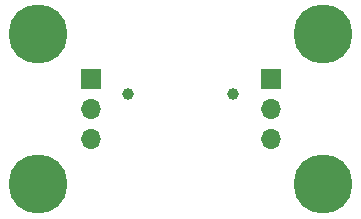
<source format=gbr>
G04 #@! TF.GenerationSoftware,KiCad,Pcbnew,(5.1.7-0-10_14)*
G04 #@! TF.CreationDate,2020-10-07T21:58:26-07:00*
G04 #@! TF.ProjectId,RGB5050_mount,52474235-3035-4305-9f6d-6f756e742e6b,1*
G04 #@! TF.SameCoordinates,Original*
G04 #@! TF.FileFunction,Soldermask,Bot*
G04 #@! TF.FilePolarity,Negative*
%FSLAX46Y46*%
G04 Gerber Fmt 4.6, Leading zero omitted, Abs format (unit mm)*
G04 Created by KiCad (PCBNEW (5.1.7-0-10_14)) date 2020-10-07 21:58:26*
%MOMM*%
%LPD*%
G01*
G04 APERTURE LIST*
%ADD10C,5.000000*%
%ADD11C,1.000000*%
%ADD12R,1.700000X1.700000*%
%ADD13O,1.700000X1.700000*%
G04 APERTURE END LIST*
D10*
X137795000Y-88265000D03*
X137795000Y-75565000D03*
X161925000Y-75565000D03*
X161925000Y-88265000D03*
D11*
X145415000Y-80645000D03*
X154305000Y-80645000D03*
D12*
X157480000Y-79375000D03*
D13*
X157480000Y-81915000D03*
X157480000Y-84455000D03*
X142240000Y-84455000D03*
X142240000Y-81915000D03*
D12*
X142240000Y-79375000D03*
M02*

</source>
